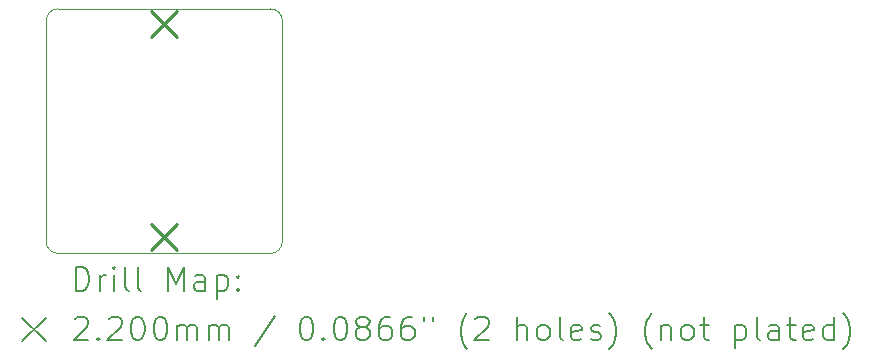
<source format=gbr>
%TF.GenerationSoftware,KiCad,Pcbnew,6.0.10+dfsg-1~bpo11+1*%
%TF.ProjectId,project,70726f6a-6563-4742-9e6b-696361645f70,rev?*%
%TF.SameCoordinates,Original*%
%TF.FileFunction,Drillmap*%
%TF.FilePolarity,Positive*%
%FSLAX45Y45*%
G04 Gerber Fmt 4.5, Leading zero omitted, Abs format (unit mm)*
%MOMM*%
%LPD*%
G01*
G04 APERTURE LIST*
%ADD10C,0.100000*%
%ADD11C,0.200000*%
%ADD12C,0.220000*%
G04 APERTURE END LIST*
D10*
X16350000Y-10740000D02*
G75*
G03*
X16250000Y-10840000I0J-100000D01*
G01*
X16350000Y-12810000D02*
X18150000Y-12810000D01*
X18250000Y-12710000D02*
X18250000Y-10840000D01*
X16250000Y-10840000D02*
X16250000Y-12710000D01*
X16250000Y-12710000D02*
G75*
G03*
X16350000Y-12810000I100000J0D01*
G01*
X18250000Y-10840000D02*
G75*
G03*
X18150000Y-10740000I-100000J0D01*
G01*
X18150000Y-12810000D02*
G75*
G03*
X18250000Y-12710000I0J100000D01*
G01*
X18150000Y-10740000D02*
X16350000Y-10740000D01*
D11*
D12*
X17140000Y-10760000D02*
X17360000Y-10980000D01*
X17360000Y-10760000D02*
X17140000Y-10980000D01*
X17140000Y-12560000D02*
X17360000Y-12780000D01*
X17360000Y-12560000D02*
X17140000Y-12780000D01*
D11*
X16502619Y-13125476D02*
X16502619Y-12925476D01*
X16550238Y-12925476D01*
X16578809Y-12935000D01*
X16597857Y-12954048D01*
X16607381Y-12973095D01*
X16616905Y-13011190D01*
X16616905Y-13039762D01*
X16607381Y-13077857D01*
X16597857Y-13096905D01*
X16578809Y-13115952D01*
X16550238Y-13125476D01*
X16502619Y-13125476D01*
X16702619Y-13125476D02*
X16702619Y-12992143D01*
X16702619Y-13030238D02*
X16712143Y-13011190D01*
X16721667Y-13001667D01*
X16740714Y-12992143D01*
X16759762Y-12992143D01*
X16826429Y-13125476D02*
X16826429Y-12992143D01*
X16826429Y-12925476D02*
X16816905Y-12935000D01*
X16826429Y-12944524D01*
X16835952Y-12935000D01*
X16826429Y-12925476D01*
X16826429Y-12944524D01*
X16950238Y-13125476D02*
X16931190Y-13115952D01*
X16921667Y-13096905D01*
X16921667Y-12925476D01*
X17055000Y-13125476D02*
X17035952Y-13115952D01*
X17026429Y-13096905D01*
X17026429Y-12925476D01*
X17283571Y-13125476D02*
X17283571Y-12925476D01*
X17350238Y-13068333D01*
X17416905Y-12925476D01*
X17416905Y-13125476D01*
X17597857Y-13125476D02*
X17597857Y-13020714D01*
X17588333Y-13001667D01*
X17569286Y-12992143D01*
X17531190Y-12992143D01*
X17512143Y-13001667D01*
X17597857Y-13115952D02*
X17578810Y-13125476D01*
X17531190Y-13125476D01*
X17512143Y-13115952D01*
X17502619Y-13096905D01*
X17502619Y-13077857D01*
X17512143Y-13058809D01*
X17531190Y-13049286D01*
X17578810Y-13049286D01*
X17597857Y-13039762D01*
X17693095Y-12992143D02*
X17693095Y-13192143D01*
X17693095Y-13001667D02*
X17712143Y-12992143D01*
X17750238Y-12992143D01*
X17769286Y-13001667D01*
X17778810Y-13011190D01*
X17788333Y-13030238D01*
X17788333Y-13087381D01*
X17778810Y-13106428D01*
X17769286Y-13115952D01*
X17750238Y-13125476D01*
X17712143Y-13125476D01*
X17693095Y-13115952D01*
X17874048Y-13106428D02*
X17883571Y-13115952D01*
X17874048Y-13125476D01*
X17864524Y-13115952D01*
X17874048Y-13106428D01*
X17874048Y-13125476D01*
X17874048Y-13001667D02*
X17883571Y-13011190D01*
X17874048Y-13020714D01*
X17864524Y-13011190D01*
X17874048Y-13001667D01*
X17874048Y-13020714D01*
X16045000Y-13355000D02*
X16245000Y-13555000D01*
X16245000Y-13355000D02*
X16045000Y-13555000D01*
X16493095Y-13364524D02*
X16502619Y-13355000D01*
X16521667Y-13345476D01*
X16569286Y-13345476D01*
X16588333Y-13355000D01*
X16597857Y-13364524D01*
X16607381Y-13383571D01*
X16607381Y-13402619D01*
X16597857Y-13431190D01*
X16483571Y-13545476D01*
X16607381Y-13545476D01*
X16693095Y-13526428D02*
X16702619Y-13535952D01*
X16693095Y-13545476D01*
X16683571Y-13535952D01*
X16693095Y-13526428D01*
X16693095Y-13545476D01*
X16778810Y-13364524D02*
X16788333Y-13355000D01*
X16807381Y-13345476D01*
X16855000Y-13345476D01*
X16874048Y-13355000D01*
X16883571Y-13364524D01*
X16893095Y-13383571D01*
X16893095Y-13402619D01*
X16883571Y-13431190D01*
X16769286Y-13545476D01*
X16893095Y-13545476D01*
X17016905Y-13345476D02*
X17035952Y-13345476D01*
X17055000Y-13355000D01*
X17064524Y-13364524D01*
X17074048Y-13383571D01*
X17083571Y-13421667D01*
X17083571Y-13469286D01*
X17074048Y-13507381D01*
X17064524Y-13526428D01*
X17055000Y-13535952D01*
X17035952Y-13545476D01*
X17016905Y-13545476D01*
X16997857Y-13535952D01*
X16988333Y-13526428D01*
X16978810Y-13507381D01*
X16969286Y-13469286D01*
X16969286Y-13421667D01*
X16978810Y-13383571D01*
X16988333Y-13364524D01*
X16997857Y-13355000D01*
X17016905Y-13345476D01*
X17207381Y-13345476D02*
X17226429Y-13345476D01*
X17245476Y-13355000D01*
X17255000Y-13364524D01*
X17264524Y-13383571D01*
X17274048Y-13421667D01*
X17274048Y-13469286D01*
X17264524Y-13507381D01*
X17255000Y-13526428D01*
X17245476Y-13535952D01*
X17226429Y-13545476D01*
X17207381Y-13545476D01*
X17188333Y-13535952D01*
X17178810Y-13526428D01*
X17169286Y-13507381D01*
X17159762Y-13469286D01*
X17159762Y-13421667D01*
X17169286Y-13383571D01*
X17178810Y-13364524D01*
X17188333Y-13355000D01*
X17207381Y-13345476D01*
X17359762Y-13545476D02*
X17359762Y-13412143D01*
X17359762Y-13431190D02*
X17369286Y-13421667D01*
X17388333Y-13412143D01*
X17416905Y-13412143D01*
X17435952Y-13421667D01*
X17445476Y-13440714D01*
X17445476Y-13545476D01*
X17445476Y-13440714D02*
X17455000Y-13421667D01*
X17474048Y-13412143D01*
X17502619Y-13412143D01*
X17521667Y-13421667D01*
X17531190Y-13440714D01*
X17531190Y-13545476D01*
X17626429Y-13545476D02*
X17626429Y-13412143D01*
X17626429Y-13431190D02*
X17635952Y-13421667D01*
X17655000Y-13412143D01*
X17683571Y-13412143D01*
X17702619Y-13421667D01*
X17712143Y-13440714D01*
X17712143Y-13545476D01*
X17712143Y-13440714D02*
X17721667Y-13421667D01*
X17740714Y-13412143D01*
X17769286Y-13412143D01*
X17788333Y-13421667D01*
X17797857Y-13440714D01*
X17797857Y-13545476D01*
X18188333Y-13335952D02*
X18016905Y-13593095D01*
X18445476Y-13345476D02*
X18464524Y-13345476D01*
X18483571Y-13355000D01*
X18493095Y-13364524D01*
X18502619Y-13383571D01*
X18512143Y-13421667D01*
X18512143Y-13469286D01*
X18502619Y-13507381D01*
X18493095Y-13526428D01*
X18483571Y-13535952D01*
X18464524Y-13545476D01*
X18445476Y-13545476D01*
X18426429Y-13535952D01*
X18416905Y-13526428D01*
X18407381Y-13507381D01*
X18397857Y-13469286D01*
X18397857Y-13421667D01*
X18407381Y-13383571D01*
X18416905Y-13364524D01*
X18426429Y-13355000D01*
X18445476Y-13345476D01*
X18597857Y-13526428D02*
X18607381Y-13535952D01*
X18597857Y-13545476D01*
X18588333Y-13535952D01*
X18597857Y-13526428D01*
X18597857Y-13545476D01*
X18731190Y-13345476D02*
X18750238Y-13345476D01*
X18769286Y-13355000D01*
X18778810Y-13364524D01*
X18788333Y-13383571D01*
X18797857Y-13421667D01*
X18797857Y-13469286D01*
X18788333Y-13507381D01*
X18778810Y-13526428D01*
X18769286Y-13535952D01*
X18750238Y-13545476D01*
X18731190Y-13545476D01*
X18712143Y-13535952D01*
X18702619Y-13526428D01*
X18693095Y-13507381D01*
X18683571Y-13469286D01*
X18683571Y-13421667D01*
X18693095Y-13383571D01*
X18702619Y-13364524D01*
X18712143Y-13355000D01*
X18731190Y-13345476D01*
X18912143Y-13431190D02*
X18893095Y-13421667D01*
X18883571Y-13412143D01*
X18874048Y-13393095D01*
X18874048Y-13383571D01*
X18883571Y-13364524D01*
X18893095Y-13355000D01*
X18912143Y-13345476D01*
X18950238Y-13345476D01*
X18969286Y-13355000D01*
X18978810Y-13364524D01*
X18988333Y-13383571D01*
X18988333Y-13393095D01*
X18978810Y-13412143D01*
X18969286Y-13421667D01*
X18950238Y-13431190D01*
X18912143Y-13431190D01*
X18893095Y-13440714D01*
X18883571Y-13450238D01*
X18874048Y-13469286D01*
X18874048Y-13507381D01*
X18883571Y-13526428D01*
X18893095Y-13535952D01*
X18912143Y-13545476D01*
X18950238Y-13545476D01*
X18969286Y-13535952D01*
X18978810Y-13526428D01*
X18988333Y-13507381D01*
X18988333Y-13469286D01*
X18978810Y-13450238D01*
X18969286Y-13440714D01*
X18950238Y-13431190D01*
X19159762Y-13345476D02*
X19121667Y-13345476D01*
X19102619Y-13355000D01*
X19093095Y-13364524D01*
X19074048Y-13393095D01*
X19064524Y-13431190D01*
X19064524Y-13507381D01*
X19074048Y-13526428D01*
X19083571Y-13535952D01*
X19102619Y-13545476D01*
X19140714Y-13545476D01*
X19159762Y-13535952D01*
X19169286Y-13526428D01*
X19178810Y-13507381D01*
X19178810Y-13459762D01*
X19169286Y-13440714D01*
X19159762Y-13431190D01*
X19140714Y-13421667D01*
X19102619Y-13421667D01*
X19083571Y-13431190D01*
X19074048Y-13440714D01*
X19064524Y-13459762D01*
X19350238Y-13345476D02*
X19312143Y-13345476D01*
X19293095Y-13355000D01*
X19283571Y-13364524D01*
X19264524Y-13393095D01*
X19255000Y-13431190D01*
X19255000Y-13507381D01*
X19264524Y-13526428D01*
X19274048Y-13535952D01*
X19293095Y-13545476D01*
X19331190Y-13545476D01*
X19350238Y-13535952D01*
X19359762Y-13526428D01*
X19369286Y-13507381D01*
X19369286Y-13459762D01*
X19359762Y-13440714D01*
X19350238Y-13431190D01*
X19331190Y-13421667D01*
X19293095Y-13421667D01*
X19274048Y-13431190D01*
X19264524Y-13440714D01*
X19255000Y-13459762D01*
X19445476Y-13345476D02*
X19445476Y-13383571D01*
X19521667Y-13345476D02*
X19521667Y-13383571D01*
X19816905Y-13621667D02*
X19807381Y-13612143D01*
X19788333Y-13583571D01*
X19778810Y-13564524D01*
X19769286Y-13535952D01*
X19759762Y-13488333D01*
X19759762Y-13450238D01*
X19769286Y-13402619D01*
X19778810Y-13374048D01*
X19788333Y-13355000D01*
X19807381Y-13326428D01*
X19816905Y-13316905D01*
X19883571Y-13364524D02*
X19893095Y-13355000D01*
X19912143Y-13345476D01*
X19959762Y-13345476D01*
X19978810Y-13355000D01*
X19988333Y-13364524D01*
X19997857Y-13383571D01*
X19997857Y-13402619D01*
X19988333Y-13431190D01*
X19874048Y-13545476D01*
X19997857Y-13545476D01*
X20235952Y-13545476D02*
X20235952Y-13345476D01*
X20321667Y-13545476D02*
X20321667Y-13440714D01*
X20312143Y-13421667D01*
X20293095Y-13412143D01*
X20264524Y-13412143D01*
X20245476Y-13421667D01*
X20235952Y-13431190D01*
X20445476Y-13545476D02*
X20426429Y-13535952D01*
X20416905Y-13526428D01*
X20407381Y-13507381D01*
X20407381Y-13450238D01*
X20416905Y-13431190D01*
X20426429Y-13421667D01*
X20445476Y-13412143D01*
X20474048Y-13412143D01*
X20493095Y-13421667D01*
X20502619Y-13431190D01*
X20512143Y-13450238D01*
X20512143Y-13507381D01*
X20502619Y-13526428D01*
X20493095Y-13535952D01*
X20474048Y-13545476D01*
X20445476Y-13545476D01*
X20626429Y-13545476D02*
X20607381Y-13535952D01*
X20597857Y-13516905D01*
X20597857Y-13345476D01*
X20778810Y-13535952D02*
X20759762Y-13545476D01*
X20721667Y-13545476D01*
X20702619Y-13535952D01*
X20693095Y-13516905D01*
X20693095Y-13440714D01*
X20702619Y-13421667D01*
X20721667Y-13412143D01*
X20759762Y-13412143D01*
X20778810Y-13421667D01*
X20788333Y-13440714D01*
X20788333Y-13459762D01*
X20693095Y-13478809D01*
X20864524Y-13535952D02*
X20883571Y-13545476D01*
X20921667Y-13545476D01*
X20940714Y-13535952D01*
X20950238Y-13516905D01*
X20950238Y-13507381D01*
X20940714Y-13488333D01*
X20921667Y-13478809D01*
X20893095Y-13478809D01*
X20874048Y-13469286D01*
X20864524Y-13450238D01*
X20864524Y-13440714D01*
X20874048Y-13421667D01*
X20893095Y-13412143D01*
X20921667Y-13412143D01*
X20940714Y-13421667D01*
X21016905Y-13621667D02*
X21026429Y-13612143D01*
X21045476Y-13583571D01*
X21055000Y-13564524D01*
X21064524Y-13535952D01*
X21074048Y-13488333D01*
X21074048Y-13450238D01*
X21064524Y-13402619D01*
X21055000Y-13374048D01*
X21045476Y-13355000D01*
X21026429Y-13326428D01*
X21016905Y-13316905D01*
X21378810Y-13621667D02*
X21369286Y-13612143D01*
X21350238Y-13583571D01*
X21340714Y-13564524D01*
X21331190Y-13535952D01*
X21321667Y-13488333D01*
X21321667Y-13450238D01*
X21331190Y-13402619D01*
X21340714Y-13374048D01*
X21350238Y-13355000D01*
X21369286Y-13326428D01*
X21378810Y-13316905D01*
X21455000Y-13412143D02*
X21455000Y-13545476D01*
X21455000Y-13431190D02*
X21464524Y-13421667D01*
X21483571Y-13412143D01*
X21512143Y-13412143D01*
X21531190Y-13421667D01*
X21540714Y-13440714D01*
X21540714Y-13545476D01*
X21664524Y-13545476D02*
X21645476Y-13535952D01*
X21635952Y-13526428D01*
X21626429Y-13507381D01*
X21626429Y-13450238D01*
X21635952Y-13431190D01*
X21645476Y-13421667D01*
X21664524Y-13412143D01*
X21693095Y-13412143D01*
X21712143Y-13421667D01*
X21721667Y-13431190D01*
X21731190Y-13450238D01*
X21731190Y-13507381D01*
X21721667Y-13526428D01*
X21712143Y-13535952D01*
X21693095Y-13545476D01*
X21664524Y-13545476D01*
X21788333Y-13412143D02*
X21864524Y-13412143D01*
X21816905Y-13345476D02*
X21816905Y-13516905D01*
X21826429Y-13535952D01*
X21845476Y-13545476D01*
X21864524Y-13545476D01*
X22083571Y-13412143D02*
X22083571Y-13612143D01*
X22083571Y-13421667D02*
X22102619Y-13412143D01*
X22140714Y-13412143D01*
X22159762Y-13421667D01*
X22169286Y-13431190D01*
X22178810Y-13450238D01*
X22178810Y-13507381D01*
X22169286Y-13526428D01*
X22159762Y-13535952D01*
X22140714Y-13545476D01*
X22102619Y-13545476D01*
X22083571Y-13535952D01*
X22293095Y-13545476D02*
X22274048Y-13535952D01*
X22264524Y-13516905D01*
X22264524Y-13345476D01*
X22455000Y-13545476D02*
X22455000Y-13440714D01*
X22445476Y-13421667D01*
X22426428Y-13412143D01*
X22388333Y-13412143D01*
X22369286Y-13421667D01*
X22455000Y-13535952D02*
X22435952Y-13545476D01*
X22388333Y-13545476D01*
X22369286Y-13535952D01*
X22359762Y-13516905D01*
X22359762Y-13497857D01*
X22369286Y-13478809D01*
X22388333Y-13469286D01*
X22435952Y-13469286D01*
X22455000Y-13459762D01*
X22521667Y-13412143D02*
X22597857Y-13412143D01*
X22550238Y-13345476D02*
X22550238Y-13516905D01*
X22559762Y-13535952D01*
X22578809Y-13545476D01*
X22597857Y-13545476D01*
X22740714Y-13535952D02*
X22721667Y-13545476D01*
X22683571Y-13545476D01*
X22664524Y-13535952D01*
X22655000Y-13516905D01*
X22655000Y-13440714D01*
X22664524Y-13421667D01*
X22683571Y-13412143D01*
X22721667Y-13412143D01*
X22740714Y-13421667D01*
X22750238Y-13440714D01*
X22750238Y-13459762D01*
X22655000Y-13478809D01*
X22921667Y-13545476D02*
X22921667Y-13345476D01*
X22921667Y-13535952D02*
X22902619Y-13545476D01*
X22864524Y-13545476D01*
X22845476Y-13535952D01*
X22835952Y-13526428D01*
X22826428Y-13507381D01*
X22826428Y-13450238D01*
X22835952Y-13431190D01*
X22845476Y-13421667D01*
X22864524Y-13412143D01*
X22902619Y-13412143D01*
X22921667Y-13421667D01*
X22997857Y-13621667D02*
X23007381Y-13612143D01*
X23026428Y-13583571D01*
X23035952Y-13564524D01*
X23045476Y-13535952D01*
X23055000Y-13488333D01*
X23055000Y-13450238D01*
X23045476Y-13402619D01*
X23035952Y-13374048D01*
X23026428Y-13355000D01*
X23007381Y-13326428D01*
X22997857Y-13316905D01*
M02*

</source>
